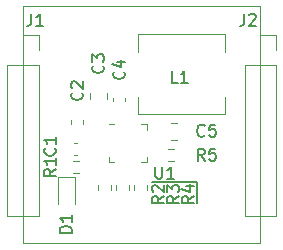
<source format=gbr>
G04 #@! TF.GenerationSoftware,KiCad,Pcbnew,(5.99.0-11522-g728b160719)*
G04 #@! TF.CreationDate,2021-08-06T10:01:10+10:00*
G04 #@! TF.ProjectId,Battery charger,42617474-6572-4792-9063-686172676572,0.2*
G04 #@! TF.SameCoordinates,Original*
G04 #@! TF.FileFunction,Legend,Top*
G04 #@! TF.FilePolarity,Positive*
%FSLAX46Y46*%
G04 Gerber Fmt 4.6, Leading zero omitted, Abs format (unit mm)*
G04 Created by KiCad (PCBNEW (5.99.0-11522-g728b160719)) date 2021-08-06 10:01:10*
%MOMM*%
%LPD*%
G01*
G04 APERTURE LIST*
%ADD10C,0.150000*%
G04 #@! TA.AperFunction,Profile*
%ADD11C,0.100000*%
G04 #@! TD*
%ADD12C,0.120000*%
G04 APERTURE END LIST*
D10*
X104140000Y-70866000D02*
X107950000Y-70866000D01*
X107950000Y-70866000D02*
X107950000Y-72644000D01*
D11*
X113259000Y-76048000D02*
X93193000Y-76048000D01*
X93193000Y-76048000D02*
X93193000Y-55982000D01*
X93193000Y-55982000D02*
X113259000Y-55982000D01*
X113259000Y-55982000D02*
X113259000Y-76048000D01*
D10*
G04 #@! TO.C,C5*
X108545333Y-66905142D02*
X108497714Y-66952761D01*
X108354857Y-67000380D01*
X108259619Y-67000380D01*
X108116761Y-66952761D01*
X108021523Y-66857523D01*
X107973904Y-66762285D01*
X107926285Y-66571809D01*
X107926285Y-66428952D01*
X107973904Y-66238476D01*
X108021523Y-66143238D01*
X108116761Y-66048000D01*
X108259619Y-66000380D01*
X108354857Y-66000380D01*
X108497714Y-66048000D01*
X108545333Y-66095619D01*
X109450095Y-66000380D02*
X108973904Y-66000380D01*
X108926285Y-66476571D01*
X108973904Y-66428952D01*
X109069142Y-66381333D01*
X109307238Y-66381333D01*
X109402476Y-66428952D01*
X109450095Y-66476571D01*
X109497714Y-66571809D01*
X109497714Y-66809904D01*
X109450095Y-66905142D01*
X109402476Y-66952761D01*
X109307238Y-67000380D01*
X109069142Y-67000380D01*
X108973904Y-66952761D01*
X108926285Y-66905142D01*
G04 #@! TO.C,C4*
X101703142Y-61507666D02*
X101750761Y-61555285D01*
X101798380Y-61698142D01*
X101798380Y-61793380D01*
X101750761Y-61936238D01*
X101655523Y-62031476D01*
X101560285Y-62079095D01*
X101369809Y-62126714D01*
X101226952Y-62126714D01*
X101036476Y-62079095D01*
X100941238Y-62031476D01*
X100846000Y-61936238D01*
X100798380Y-61793380D01*
X100798380Y-61698142D01*
X100846000Y-61555285D01*
X100893619Y-61507666D01*
X101131714Y-60650523D02*
X101798380Y-60650523D01*
X100750761Y-60888619D02*
X101465047Y-61126714D01*
X101465047Y-60507666D01*
G04 #@! TO.C,J1*
X93875666Y-56602380D02*
X93875666Y-57316666D01*
X93828047Y-57459523D01*
X93732809Y-57554761D01*
X93589952Y-57602380D01*
X93494714Y-57602380D01*
X94875666Y-57602380D02*
X94304238Y-57602380D01*
X94589952Y-57602380D02*
X94589952Y-56602380D01*
X94494714Y-56745238D01*
X94399476Y-56840476D01*
X94304238Y-56888095D01*
G04 #@! TO.C,C2*
X98147142Y-63285666D02*
X98194761Y-63333285D01*
X98242380Y-63476142D01*
X98242380Y-63571380D01*
X98194761Y-63714238D01*
X98099523Y-63809476D01*
X98004285Y-63857095D01*
X97813809Y-63904714D01*
X97670952Y-63904714D01*
X97480476Y-63857095D01*
X97385238Y-63809476D01*
X97290000Y-63714238D01*
X97242380Y-63571380D01*
X97242380Y-63476142D01*
X97290000Y-63333285D01*
X97337619Y-63285666D01*
X97337619Y-62904714D02*
X97290000Y-62857095D01*
X97242380Y-62761857D01*
X97242380Y-62523761D01*
X97290000Y-62428523D01*
X97337619Y-62380904D01*
X97432857Y-62333285D01*
X97528095Y-62333285D01*
X97670952Y-62380904D01*
X98242380Y-62952333D01*
X98242380Y-62333285D01*
G04 #@! TO.C,C3*
X99925142Y-60999666D02*
X99972761Y-61047285D01*
X100020380Y-61190142D01*
X100020380Y-61285380D01*
X99972761Y-61428238D01*
X99877523Y-61523476D01*
X99782285Y-61571095D01*
X99591809Y-61618714D01*
X99448952Y-61618714D01*
X99258476Y-61571095D01*
X99163238Y-61523476D01*
X99068000Y-61428238D01*
X99020380Y-61285380D01*
X99020380Y-61190142D01*
X99068000Y-61047285D01*
X99115619Y-60999666D01*
X99020380Y-60666333D02*
X99020380Y-60047285D01*
X99401333Y-60380619D01*
X99401333Y-60237761D01*
X99448952Y-60142523D01*
X99496571Y-60094904D01*
X99591809Y-60047285D01*
X99829904Y-60047285D01*
X99925142Y-60094904D01*
X99972761Y-60142523D01*
X100020380Y-60237761D01*
X100020380Y-60523476D01*
X99972761Y-60618714D01*
X99925142Y-60666333D01*
G04 #@! TO.C,R3*
X106370380Y-72048666D02*
X105894190Y-72382000D01*
X106370380Y-72620095D02*
X105370380Y-72620095D01*
X105370380Y-72239142D01*
X105418000Y-72143904D01*
X105465619Y-72096285D01*
X105560857Y-72048666D01*
X105703714Y-72048666D01*
X105798952Y-72096285D01*
X105846571Y-72143904D01*
X105894190Y-72239142D01*
X105894190Y-72620095D01*
X105370380Y-71715333D02*
X105370380Y-71096285D01*
X105751333Y-71429619D01*
X105751333Y-71286761D01*
X105798952Y-71191523D01*
X105846571Y-71143904D01*
X105941809Y-71096285D01*
X106179904Y-71096285D01*
X106275142Y-71143904D01*
X106322761Y-71191523D01*
X106370380Y-71286761D01*
X106370380Y-71572476D01*
X106322761Y-71667714D01*
X106275142Y-71715333D01*
G04 #@! TO.C,D1*
X97290380Y-75160095D02*
X96290380Y-75160095D01*
X96290380Y-74922000D01*
X96338000Y-74779142D01*
X96433238Y-74683904D01*
X96528476Y-74636285D01*
X96718952Y-74588666D01*
X96861809Y-74588666D01*
X97052285Y-74636285D01*
X97147523Y-74683904D01*
X97242761Y-74779142D01*
X97290380Y-74922000D01*
X97290380Y-75160095D01*
X97290380Y-73636285D02*
X97290380Y-74207714D01*
X97290380Y-73922000D02*
X96290380Y-73922000D01*
X96433238Y-74017238D01*
X96528476Y-74112476D01*
X96576095Y-74207714D01*
G04 #@! TO.C,J2*
X111909666Y-56602380D02*
X111909666Y-57316666D01*
X111862047Y-57459523D01*
X111766809Y-57554761D01*
X111623952Y-57602380D01*
X111528714Y-57602380D01*
X112338238Y-56697619D02*
X112385857Y-56650000D01*
X112481095Y-56602380D01*
X112719190Y-56602380D01*
X112814428Y-56650000D01*
X112862047Y-56697619D01*
X112909666Y-56792857D01*
X112909666Y-56888095D01*
X112862047Y-57030952D01*
X112290619Y-57602380D01*
X112909666Y-57602380D01*
G04 #@! TO.C,R1*
X95956380Y-69762666D02*
X95480190Y-70096000D01*
X95956380Y-70334095D02*
X94956380Y-70334095D01*
X94956380Y-69953142D01*
X95004000Y-69857904D01*
X95051619Y-69810285D01*
X95146857Y-69762666D01*
X95289714Y-69762666D01*
X95384952Y-69810285D01*
X95432571Y-69857904D01*
X95480190Y-69953142D01*
X95480190Y-70334095D01*
X95956380Y-68810285D02*
X95956380Y-69381714D01*
X95956380Y-69096000D02*
X94956380Y-69096000D01*
X95099238Y-69191238D01*
X95194476Y-69286476D01*
X95242095Y-69381714D01*
G04 #@! TO.C,R4*
X107640380Y-72048666D02*
X107164190Y-72382000D01*
X107640380Y-72620095D02*
X106640380Y-72620095D01*
X106640380Y-72239142D01*
X106688000Y-72143904D01*
X106735619Y-72096285D01*
X106830857Y-72048666D01*
X106973714Y-72048666D01*
X107068952Y-72096285D01*
X107116571Y-72143904D01*
X107164190Y-72239142D01*
X107164190Y-72620095D01*
X106973714Y-71191523D02*
X107640380Y-71191523D01*
X106592761Y-71429619D02*
X107307047Y-71667714D01*
X107307047Y-71048666D01*
G04 #@! TO.C,U1*
X104394095Y-69556380D02*
X104394095Y-70365904D01*
X104441714Y-70461142D01*
X104489333Y-70508761D01*
X104584571Y-70556380D01*
X104775047Y-70556380D01*
X104870285Y-70508761D01*
X104917904Y-70461142D01*
X104965523Y-70365904D01*
X104965523Y-69556380D01*
X105965523Y-70556380D02*
X105394095Y-70556380D01*
X105679809Y-70556380D02*
X105679809Y-69556380D01*
X105584571Y-69699238D01*
X105489333Y-69794476D01*
X105394095Y-69842095D01*
G04 #@! TO.C,C1*
X95861142Y-67984666D02*
X95908761Y-68032285D01*
X95956380Y-68175142D01*
X95956380Y-68270380D01*
X95908761Y-68413238D01*
X95813523Y-68508476D01*
X95718285Y-68556095D01*
X95527809Y-68603714D01*
X95384952Y-68603714D01*
X95194476Y-68556095D01*
X95099238Y-68508476D01*
X95004000Y-68413238D01*
X94956380Y-68270380D01*
X94956380Y-68175142D01*
X95004000Y-68032285D01*
X95051619Y-67984666D01*
X95956380Y-67032285D02*
X95956380Y-67603714D01*
X95956380Y-67318000D02*
X94956380Y-67318000D01*
X95099238Y-67413238D01*
X95194476Y-67508476D01*
X95242095Y-67603714D01*
G04 #@! TO.C,R5*
X108545333Y-69032380D02*
X108212000Y-68556190D01*
X107973904Y-69032380D02*
X107973904Y-68032380D01*
X108354857Y-68032380D01*
X108450095Y-68080000D01*
X108497714Y-68127619D01*
X108545333Y-68222857D01*
X108545333Y-68365714D01*
X108497714Y-68460952D01*
X108450095Y-68508571D01*
X108354857Y-68556190D01*
X107973904Y-68556190D01*
X109450095Y-68032380D02*
X108973904Y-68032380D01*
X108926285Y-68508571D01*
X108973904Y-68460952D01*
X109069142Y-68413333D01*
X109307238Y-68413333D01*
X109402476Y-68460952D01*
X109450095Y-68508571D01*
X109497714Y-68603809D01*
X109497714Y-68841904D01*
X109450095Y-68937142D01*
X109402476Y-68984761D01*
X109307238Y-69032380D01*
X109069142Y-69032380D01*
X108973904Y-68984761D01*
X108926285Y-68937142D01*
G04 #@! TO.C,L1*
X106259333Y-62428380D02*
X105783142Y-62428380D01*
X105783142Y-61428380D01*
X107116476Y-62428380D02*
X106545047Y-62428380D01*
X106830761Y-62428380D02*
X106830761Y-61428380D01*
X106735523Y-61571238D01*
X106640285Y-61666476D01*
X106545047Y-61714095D01*
G04 #@! TO.C,R2*
X105100380Y-72048666D02*
X104624190Y-72382000D01*
X105100380Y-72620095D02*
X104100380Y-72620095D01*
X104100380Y-72239142D01*
X104148000Y-72143904D01*
X104195619Y-72096285D01*
X104290857Y-72048666D01*
X104433714Y-72048666D01*
X104528952Y-72096285D01*
X104576571Y-72143904D01*
X104624190Y-72239142D01*
X104624190Y-72620095D01*
X104195619Y-71667714D02*
X104148000Y-71620095D01*
X104100380Y-71524857D01*
X104100380Y-71286761D01*
X104148000Y-71191523D01*
X104195619Y-71143904D01*
X104290857Y-71096285D01*
X104386095Y-71096285D01*
X104528952Y-71143904D01*
X105100380Y-71715333D01*
X105100380Y-71096285D01*
D12*
G04 #@! TO.C,C5*
X106240252Y-65813000D02*
X105717748Y-65813000D01*
X106240252Y-67283000D02*
X105717748Y-67283000D01*
G04 #@! TO.C,C4*
X101856000Y-64008580D02*
X101856000Y-63727420D01*
X100836000Y-64008580D02*
X100836000Y-63727420D01*
G04 #@! TO.C,J1*
X94523000Y-60960000D02*
X94523000Y-73720000D01*
X94523000Y-58360000D02*
X94523000Y-59690000D01*
X91863000Y-60960000D02*
X91863000Y-73720000D01*
X93193000Y-58360000D02*
X94523000Y-58360000D01*
X91863000Y-73720000D02*
X94523000Y-73720000D01*
X91863000Y-60960000D02*
X94523000Y-60960000D01*
G04 #@! TO.C,C2*
X98300000Y-65913580D02*
X98300000Y-65632420D01*
X97280000Y-65913580D02*
X97280000Y-65632420D01*
G04 #@! TO.C,C3*
X100303000Y-63827252D02*
X100303000Y-63304748D01*
X98833000Y-63827252D02*
X98833000Y-63304748D01*
G04 #@! TO.C,R3*
X101077500Y-71547258D02*
X101077500Y-71072742D01*
X102122500Y-71547258D02*
X102122500Y-71072742D01*
G04 #@! TO.C,D1*
X97573000Y-70397000D02*
X96103000Y-70397000D01*
X97573000Y-72682000D02*
X97573000Y-70397000D01*
X96103000Y-70397000D02*
X96103000Y-72682000D01*
G04 #@! TO.C,J2*
X114614000Y-60960000D02*
X114614000Y-73720000D01*
X111954000Y-60960000D02*
X111954000Y-73720000D01*
X111954000Y-73720000D02*
X114614000Y-73720000D01*
X111954000Y-60960000D02*
X114614000Y-60960000D01*
X113284000Y-58360000D02*
X114614000Y-58360000D01*
X114614000Y-58360000D02*
X114614000Y-59690000D01*
G04 #@! TO.C,R1*
X97425742Y-69073500D02*
X97900258Y-69073500D01*
X97425742Y-70118500D02*
X97900258Y-70118500D01*
G04 #@! TO.C,R4*
X103646500Y-71073742D02*
X103646500Y-71548258D01*
X102601500Y-71073742D02*
X102601500Y-71548258D01*
G04 #@! TO.C,U1*
X100895000Y-69167000D02*
X100420000Y-69167000D01*
X103640000Y-65947000D02*
X103640000Y-66422000D01*
X103640000Y-69167000D02*
X103640000Y-68692000D01*
X100420000Y-69167000D02*
X100420000Y-68692000D01*
X103165000Y-69167000D02*
X103640000Y-69167000D01*
X100895000Y-65947000D02*
X100420000Y-65947000D01*
X103165000Y-65947000D02*
X103640000Y-65947000D01*
G04 #@! TO.C,C1*
X97509420Y-68582000D02*
X97790580Y-68582000D01*
X97509420Y-67562000D02*
X97790580Y-67562000D01*
G04 #@! TO.C,R5*
X105489742Y-68057500D02*
X105964258Y-68057500D01*
X105489742Y-69102500D02*
X105964258Y-69102500D01*
G04 #@! TO.C,L1*
X102876000Y-65122000D02*
X102876000Y-63622000D01*
X110276000Y-58322000D02*
X102876000Y-58322000D01*
X102876000Y-65122000D02*
X110276000Y-65122000D01*
X110276000Y-65122000D02*
X110276000Y-63622000D01*
X110276000Y-58322000D02*
X110276000Y-59822000D01*
X102876000Y-58322000D02*
X102876000Y-59822000D01*
G04 #@! TO.C,R2*
X100598500Y-71547258D02*
X100598500Y-71072742D01*
X99553500Y-71547258D02*
X99553500Y-71072742D01*
G04 #@! TD*
M02*

</source>
